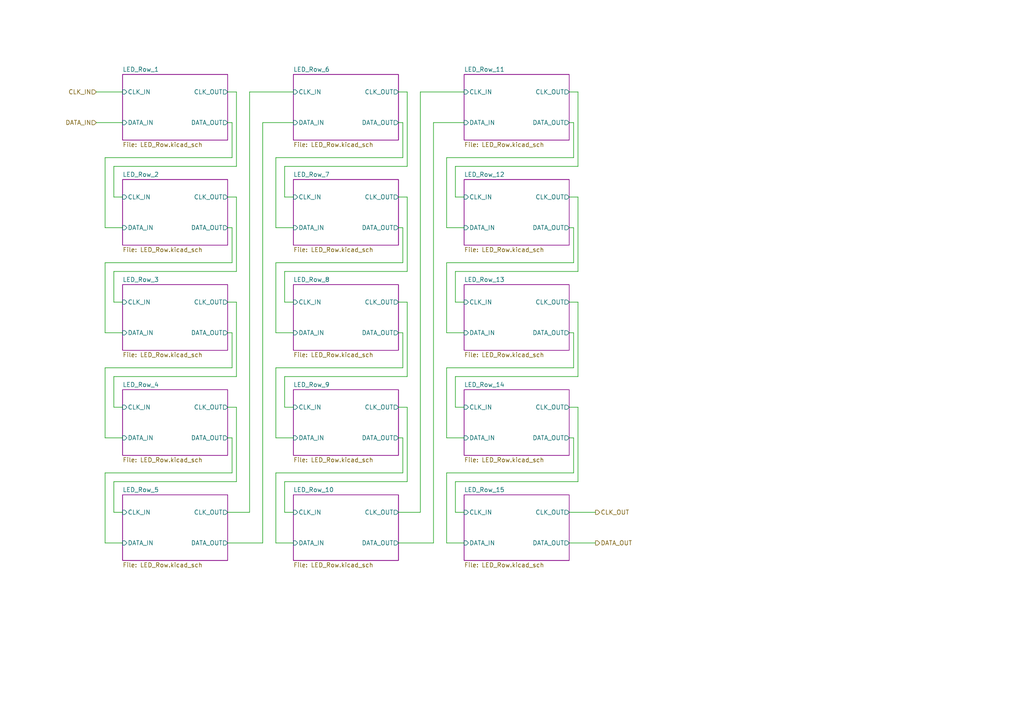
<source format=kicad_sch>
(kicad_sch (version 20210621) (generator eeschema)
  (paper "A4")
  (lib_symbols)
  (wire (pts (xy 27.94 26.67) (xy 35.56 26.67)))
  (wire (pts (xy 27.94 35.56) (xy 35.56 35.56)))
  (wire (pts (xy 30.48 45.72) (xy 30.48 66.04)))
  (wire (pts (xy 30.48 66.04) (xy 35.56 66.04)))
  (wire (pts (xy 30.48 76.2) (xy 30.48 96.52)))
  (wire (pts (xy 30.48 96.52) (xy 35.56 96.52)))
  (wire (pts (xy 30.48 106.68) (xy 30.48 127)))
  (wire (pts (xy 30.48 127) (xy 35.56 127)))
  (wire (pts (xy 30.48 137.16) (xy 30.48 157.48)))
  (wire (pts (xy 30.48 157.48) (xy 35.56 157.48)))
  (wire (pts (xy 33.02 48.26) (xy 33.02 57.15)))
  (wire (pts (xy 33.02 57.15) (xy 35.56 57.15)))
  (wire (pts (xy 33.02 78.74) (xy 33.02 87.63)))
  (wire (pts (xy 33.02 87.63) (xy 35.56 87.63)))
  (wire (pts (xy 33.02 109.22) (xy 33.02 118.11)))
  (wire (pts (xy 33.02 118.11) (xy 35.56 118.11)))
  (wire (pts (xy 33.02 139.7) (xy 33.02 148.59)))
  (wire (pts (xy 33.02 148.59) (xy 35.56 148.59)))
  (wire (pts (xy 66.04 26.67) (xy 68.58 26.67)))
  (wire (pts (xy 66.04 35.56) (xy 67.31 35.56)))
  (wire (pts (xy 66.04 57.15) (xy 68.58 57.15)))
  (wire (pts (xy 66.04 66.04) (xy 67.31 66.04)))
  (wire (pts (xy 66.04 87.63) (xy 68.58 87.63)))
  (wire (pts (xy 66.04 96.52) (xy 67.31 96.52)))
  (wire (pts (xy 66.04 118.11) (xy 68.58 118.11)))
  (wire (pts (xy 66.04 127) (xy 67.31 127)))
  (wire (pts (xy 66.04 148.59) (xy 72.39 148.59)))
  (wire (pts (xy 67.31 35.56) (xy 67.31 45.72)))
  (wire (pts (xy 67.31 45.72) (xy 30.48 45.72)))
  (wire (pts (xy 67.31 66.04) (xy 67.31 76.2)))
  (wire (pts (xy 67.31 76.2) (xy 30.48 76.2)))
  (wire (pts (xy 67.31 96.52) (xy 67.31 106.68)))
  (wire (pts (xy 67.31 106.68) (xy 30.48 106.68)))
  (wire (pts (xy 67.31 127) (xy 67.31 137.16)))
  (wire (pts (xy 67.31 137.16) (xy 30.48 137.16)))
  (wire (pts (xy 68.58 26.67) (xy 68.58 48.26)))
  (wire (pts (xy 68.58 48.26) (xy 33.02 48.26)))
  (wire (pts (xy 68.58 57.15) (xy 68.58 78.74)))
  (wire (pts (xy 68.58 78.74) (xy 33.02 78.74)))
  (wire (pts (xy 68.58 87.63) (xy 68.58 109.22)))
  (wire (pts (xy 68.58 109.22) (xy 33.02 109.22)))
  (wire (pts (xy 68.58 118.11) (xy 68.58 139.7)))
  (wire (pts (xy 68.58 139.7) (xy 33.02 139.7)))
  (wire (pts (xy 72.39 26.67) (xy 85.09 26.67)))
  (wire (pts (xy 72.39 148.59) (xy 72.39 26.67)))
  (wire (pts (xy 76.2 35.56) (xy 76.2 157.48)))
  (wire (pts (xy 76.2 157.48) (xy 66.04 157.48)))
  (wire (pts (xy 80.01 45.72) (xy 80.01 66.04)))
  (wire (pts (xy 80.01 66.04) (xy 85.09 66.04)))
  (wire (pts (xy 80.01 76.2) (xy 80.01 96.52)))
  (wire (pts (xy 80.01 96.52) (xy 85.09 96.52)))
  (wire (pts (xy 80.01 106.68) (xy 80.01 127)))
  (wire (pts (xy 80.01 127) (xy 85.09 127)))
  (wire (pts (xy 80.01 137.16) (xy 80.01 157.48)))
  (wire (pts (xy 80.01 157.48) (xy 85.09 157.48)))
  (wire (pts (xy 82.55 48.26) (xy 82.55 57.15)))
  (wire (pts (xy 82.55 57.15) (xy 85.09 57.15)))
  (wire (pts (xy 82.55 78.74) (xy 82.55 87.63)))
  (wire (pts (xy 82.55 87.63) (xy 85.09 87.63)))
  (wire (pts (xy 82.55 109.22) (xy 82.55 118.11)))
  (wire (pts (xy 82.55 118.11) (xy 85.09 118.11)))
  (wire (pts (xy 82.55 139.7) (xy 82.55 148.59)))
  (wire (pts (xy 82.55 148.59) (xy 85.09 148.59)))
  (wire (pts (xy 85.09 35.56) (xy 76.2 35.56)))
  (wire (pts (xy 115.57 26.67) (xy 118.11 26.67)))
  (wire (pts (xy 115.57 35.56) (xy 116.84 35.56)))
  (wire (pts (xy 115.57 57.15) (xy 118.11 57.15)))
  (wire (pts (xy 115.57 66.04) (xy 116.84 66.04)))
  (wire (pts (xy 115.57 87.63) (xy 118.11 87.63)))
  (wire (pts (xy 115.57 96.52) (xy 116.84 96.52)))
  (wire (pts (xy 115.57 118.11) (xy 118.11 118.11)))
  (wire (pts (xy 115.57 127) (xy 116.84 127)))
  (wire (pts (xy 115.57 148.59) (xy 121.92 148.59)))
  (wire (pts (xy 116.84 35.56) (xy 116.84 45.72)))
  (wire (pts (xy 116.84 45.72) (xy 80.01 45.72)))
  (wire (pts (xy 116.84 66.04) (xy 116.84 76.2)))
  (wire (pts (xy 116.84 76.2) (xy 80.01 76.2)))
  (wire (pts (xy 116.84 96.52) (xy 116.84 106.68)))
  (wire (pts (xy 116.84 106.68) (xy 80.01 106.68)))
  (wire (pts (xy 116.84 127) (xy 116.84 137.16)))
  (wire (pts (xy 116.84 137.16) (xy 80.01 137.16)))
  (wire (pts (xy 118.11 26.67) (xy 118.11 48.26)))
  (wire (pts (xy 118.11 48.26) (xy 82.55 48.26)))
  (wire (pts (xy 118.11 57.15) (xy 118.11 78.74)))
  (wire (pts (xy 118.11 78.74) (xy 82.55 78.74)))
  (wire (pts (xy 118.11 87.63) (xy 118.11 109.22)))
  (wire (pts (xy 118.11 109.22) (xy 82.55 109.22)))
  (wire (pts (xy 118.11 118.11) (xy 118.11 139.7)))
  (wire (pts (xy 118.11 139.7) (xy 82.55 139.7)))
  (wire (pts (xy 121.92 26.67) (xy 134.62 26.67)))
  (wire (pts (xy 121.92 148.59) (xy 121.92 26.67)))
  (wire (pts (xy 125.73 35.56) (xy 125.73 157.48)))
  (wire (pts (xy 125.73 157.48) (xy 115.57 157.48)))
  (wire (pts (xy 129.54 45.72) (xy 129.54 66.04)))
  (wire (pts (xy 129.54 66.04) (xy 134.62 66.04)))
  (wire (pts (xy 129.54 76.2) (xy 129.54 96.52)))
  (wire (pts (xy 129.54 96.52) (xy 134.62 96.52)))
  (wire (pts (xy 129.54 106.68) (xy 129.54 127)))
  (wire (pts (xy 129.54 127) (xy 134.62 127)))
  (wire (pts (xy 129.54 137.16) (xy 129.54 157.48)))
  (wire (pts (xy 129.54 157.48) (xy 134.62 157.48)))
  (wire (pts (xy 132.08 48.26) (xy 132.08 57.15)))
  (wire (pts (xy 132.08 57.15) (xy 134.62 57.15)))
  (wire (pts (xy 132.08 78.74) (xy 132.08 87.63)))
  (wire (pts (xy 132.08 87.63) (xy 134.62 87.63)))
  (wire (pts (xy 132.08 109.22) (xy 132.08 118.11)))
  (wire (pts (xy 132.08 118.11) (xy 134.62 118.11)))
  (wire (pts (xy 132.08 139.7) (xy 132.08 148.59)))
  (wire (pts (xy 132.08 148.59) (xy 134.62 148.59)))
  (wire (pts (xy 134.62 35.56) (xy 125.73 35.56)))
  (wire (pts (xy 165.1 26.67) (xy 167.64 26.67)))
  (wire (pts (xy 165.1 35.56) (xy 166.37 35.56)))
  (wire (pts (xy 165.1 57.15) (xy 167.64 57.15)))
  (wire (pts (xy 165.1 66.04) (xy 166.37 66.04)))
  (wire (pts (xy 165.1 87.63) (xy 167.64 87.63)))
  (wire (pts (xy 165.1 96.52) (xy 166.37 96.52)))
  (wire (pts (xy 165.1 118.11) (xy 167.64 118.11)))
  (wire (pts (xy 165.1 127) (xy 166.37 127)))
  (wire (pts (xy 166.37 35.56) (xy 166.37 45.72)))
  (wire (pts (xy 166.37 45.72) (xy 129.54 45.72)))
  (wire (pts (xy 166.37 66.04) (xy 166.37 76.2)))
  (wire (pts (xy 166.37 76.2) (xy 129.54 76.2)))
  (wire (pts (xy 166.37 96.52) (xy 166.37 106.68)))
  (wire (pts (xy 166.37 106.68) (xy 129.54 106.68)))
  (wire (pts (xy 166.37 127) (xy 166.37 137.16)))
  (wire (pts (xy 166.37 137.16) (xy 129.54 137.16)))
  (wire (pts (xy 167.64 26.67) (xy 167.64 48.26)))
  (wire (pts (xy 167.64 48.26) (xy 132.08 48.26)))
  (wire (pts (xy 167.64 57.15) (xy 167.64 78.74)))
  (wire (pts (xy 167.64 78.74) (xy 132.08 78.74)))
  (wire (pts (xy 167.64 87.63) (xy 167.64 109.22)))
  (wire (pts (xy 167.64 109.22) (xy 132.08 109.22)))
  (wire (pts (xy 167.64 118.11) (xy 167.64 139.7)))
  (wire (pts (xy 167.64 139.7) (xy 132.08 139.7)))
  (wire (pts (xy 172.72 148.59) (xy 165.1 148.59)))
  (wire (pts (xy 172.72 157.48) (xy 165.1 157.48)))
  (hierarchical_label "CLK_IN" (shape input) (at 27.94 26.67 180))
  (hierarchical_label "DATA_IN" (shape input) (at 27.94 35.56 180))
  (hierarchical_label "CLK_OUT" (shape output) (at 172.72 148.59 0))
  (hierarchical_label "DATA_OUT" (shape output) (at 172.72 157.48 0))
  (sheet (at 35.56 21.59) (size 30.48 19.05) (stroke (width 0.1524) (color 132 0 132 1)) (fill (color 255 255 255 0.0000))
    (property "Sheet name" "LED_Row_1" (at 35.56 20.8784 0) (effects (justify left bottom)))
    (property "Sheet file" "LED_Row.kicad_sch" (at 35.56 41.2246 0) (effects (justify left top)))
    (pin "CLK_IN" input (at 35.56 26.67 180))
    (pin "DATA_IN" input (at 35.56 35.56 180))
    (pin "CLK_OUT" output (at 66.04 26.67 0))
    (pin "DATA_OUT" output (at 66.04 35.56 0))
  )
  (sheet (at 85.09 143.51) (size 30.48 19.05) (stroke (width 0.1524) (color 132 0 132 1)) (fill (color 255 255 255 0.0000))
    (property "Sheet name" "LED_Row_10" (at 85.09 142.7984 0) (effects (justify left bottom)))
    (property "Sheet file" "LED_Row.kicad_sch" (at 85.09 163.1446 0) (effects (justify left top)))
    (pin "CLK_IN" input (at 85.09 148.59 180))
    (pin "DATA_IN" input (at 85.09 157.48 180))
    (pin "CLK_OUT" output (at 115.57 148.59 0))
    (pin "DATA_OUT" output (at 115.57 157.48 0))
  )
  (sheet (at 134.62 21.59) (size 30.48 19.05) (stroke (width 0.1524) (color 132 0 132 1)) (fill (color 255 255 255 0.0000))
    (property "Sheet name" "LED_Row_11" (at 134.62 20.8784 0) (effects (justify left bottom)))
    (property "Sheet file" "LED_Row.kicad_sch" (at 134.62 41.2246 0) (effects (justify left top)))
    (pin "CLK_IN" input (at 134.62 26.67 180))
    (pin "DATA_IN" input (at 134.62 35.56 180))
    (pin "CLK_OUT" output (at 165.1 26.67 0))
    (pin "DATA_OUT" output (at 165.1 35.56 0))
  )
  (sheet (at 134.62 52.07) (size 30.48 19.05) (stroke (width 0.1524) (color 132 0 132 1)) (fill (color 255 255 255 0.0000))
    (property "Sheet name" "LED_Row_12" (at 134.62 51.3584 0) (effects (justify left bottom)))
    (property "Sheet file" "LED_Row.kicad_sch" (at 134.62 71.7046 0) (effects (justify left top)))
    (pin "CLK_IN" input (at 134.62 57.15 180))
    (pin "DATA_IN" input (at 134.62 66.04 180))
    (pin "CLK_OUT" output (at 165.1 57.15 0))
    (pin "DATA_OUT" output (at 165.1 66.04 0))
  )
  (sheet (at 134.62 82.55) (size 30.48 19.05) (stroke (width 0.1524) (color 132 0 132 1)) (fill (color 255 255 255 0.0000))
    (property "Sheet name" "LED_Row_13" (at 134.62 81.8384 0) (effects (justify left bottom)))
    (property "Sheet file" "LED_Row.kicad_sch" (at 134.62 102.1846 0) (effects (justify left top)))
    (pin "CLK_IN" input (at 134.62 87.63 180))
    (pin "DATA_IN" input (at 134.62 96.52 180))
    (pin "CLK_OUT" output (at 165.1 87.63 0))
    (pin "DATA_OUT" output (at 165.1 96.52 0))
  )
  (sheet (at 134.62 113.03) (size 30.48 19.05) (stroke (width 0.1524) (color 132 0 132 1)) (fill (color 255 255 255 0.0000))
    (property "Sheet name" "LED_Row_14" (at 134.62 112.3184 0) (effects (justify left bottom)))
    (property "Sheet file" "LED_Row.kicad_sch" (at 134.62 132.6646 0) (effects (justify left top)))
    (pin "CLK_IN" input (at 134.62 118.11 180))
    (pin "DATA_IN" input (at 134.62 127 180))
    (pin "CLK_OUT" output (at 165.1 118.11 0))
    (pin "DATA_OUT" output (at 165.1 127 0))
  )
  (sheet (at 134.62 143.51) (size 30.48 19.05) (stroke (width 0.1524) (color 132 0 132 1)) (fill (color 255 255 255 0.0000))
    (property "Sheet name" "LED_Row_15" (at 134.62 142.7984 0) (effects (justify left bottom)))
    (property "Sheet file" "LED_Row.kicad_sch" (at 134.62 163.1446 0) (effects (justify left top)))
    (pin "CLK_IN" input (at 134.62 148.59 180))
    (pin "DATA_IN" input (at 134.62 157.48 180))
    (pin "CLK_OUT" output (at 165.1 148.59 0))
    (pin "DATA_OUT" output (at 165.1 157.48 0))
  )
  (sheet (at 35.56 52.07) (size 30.48 19.05) (stroke (width 0.1524) (color 132 0 132 1)) (fill (color 255 255 255 0.0000))
    (property "Sheet name" "LED_Row_2" (at 35.56 51.3584 0) (effects (justify left bottom)))
    (property "Sheet file" "LED_Row.kicad_sch" (at 35.56 71.7046 0) (effects (justify left top)))
    (pin "CLK_IN" input (at 35.56 57.15 180))
    (pin "DATA_IN" input (at 35.56 66.04 180))
    (pin "CLK_OUT" output (at 66.04 57.15 0))
    (pin "DATA_OUT" output (at 66.04 66.04 0))
  )
  (sheet (at 35.56 82.55) (size 30.48 19.05) (stroke (width 0.1524) (color 132 0 132 1)) (fill (color 255 255 255 0.0000))
    (property "Sheet name" "LED_Row_3" (at 35.56 81.8384 0) (effects (justify left bottom)))
    (property "Sheet file" "LED_Row.kicad_sch" (at 35.56 102.1846 0) (effects (justify left top)))
    (pin "CLK_IN" input (at 35.56 87.63 180))
    (pin "DATA_IN" input (at 35.56 96.52 180))
    (pin "CLK_OUT" output (at 66.04 87.63 0))
    (pin "DATA_OUT" output (at 66.04 96.52 0))
  )
  (sheet (at 35.56 113.03) (size 30.48 19.05) (stroke (width 0.1524) (color 132 0 132 1)) (fill (color 255 255 255 0.0000))
    (property "Sheet name" "LED_Row_4" (at 35.56 112.3184 0) (effects (justify left bottom)))
    (property "Sheet file" "LED_Row.kicad_sch" (at 35.56 132.6646 0) (effects (justify left top)))
    (pin "CLK_IN" input (at 35.56 118.11 180))
    (pin "DATA_IN" input (at 35.56 127 180))
    (pin "CLK_OUT" output (at 66.04 118.11 0))
    (pin "DATA_OUT" output (at 66.04 127 0))
  )
  (sheet (at 35.56 143.51) (size 30.48 19.05) (stroke (width 0.1524) (color 132 0 132 1)) (fill (color 255 255 255 0.0000))
    (property "Sheet name" "LED_Row_5" (at 35.56 142.7984 0) (effects (justify left bottom)))
    (property "Sheet file" "LED_Row.kicad_sch" (at 35.56 163.1446 0) (effects (justify left top)))
    (pin "CLK_IN" input (at 35.56 148.59 180))
    (pin "DATA_IN" input (at 35.56 157.48 180))
    (pin "CLK_OUT" output (at 66.04 148.59 0))
    (pin "DATA_OUT" output (at 66.04 157.48 0))
  )
  (sheet (at 85.09 21.59) (size 30.48 19.05) (stroke (width 0.1524) (color 132 0 132 1)) (fill (color 255 255 255 0.0000))
    (property "Sheet name" "LED_Row_6" (at 85.09 20.8784 0) (effects (justify left bottom)))
    (property "Sheet file" "LED_Row.kicad_sch" (at 85.09 41.2246 0) (effects (justify left top)))
    (pin "CLK_IN" input (at 85.09 26.67 180))
    (pin "DATA_IN" input (at 85.09 35.56 180))
    (pin "CLK_OUT" output (at 115.57 26.67 0))
    (pin "DATA_OUT" output (at 115.57 35.56 0))
  )
  (sheet (at 85.09 52.07) (size 30.48 19.05) (stroke (width 0.1524) (color 132 0 132 1)) (fill (color 255 255 255 0.0000))
    (property "Sheet name" "LED_Row_7" (at 85.09 51.3584 0) (effects (justify left bottom)))
    (property "Sheet file" "LED_Row.kicad_sch" (at 85.09 71.7046 0) (effects (justify left top)))
    (pin "CLK_IN" input (at 85.09 57.15 180))
    (pin "DATA_IN" input (at 85.09 66.04 180))
    (pin "CLK_OUT" output (at 115.57 57.15 0))
    (pin "DATA_OUT" output (at 115.57 66.04 0))
  )
  (sheet (at 85.09 82.55) (size 30.48 19.05) (stroke (width 0.1524) (color 132 0 132 1)) (fill (color 255 255 255 0.0000))
    (property "Sheet name" "LED_Row_8" (at 85.09 81.8384 0) (effects (justify left bottom)))
    (property "Sheet file" "LED_Row.kicad_sch" (at 85.09 102.1846 0) (effects (justify left top)))
    (pin "CLK_IN" input (at 85.09 87.63 180))
    (pin "DATA_IN" input (at 85.09 96.52 180))
    (pin "CLK_OUT" output (at 115.57 87.63 0))
    (pin "DATA_OUT" output (at 115.57 96.52 0))
  )
  (sheet (at 85.09 113.03) (size 30.48 19.05) (stroke (width 0.1524) (color 132 0 132 1)) (fill (color 255 255 255 0.0000))
    (property "Sheet name" "LED_Row_9" (at 85.09 112.3184 0) (effects (justify left bottom)))
    (property "Sheet file" "LED_Row.kicad_sch" (at 85.09 132.6646 0) (effects (justify left top)))
    (pin "CLK_IN" input (at 85.09 118.11 180))
    (pin "DATA_IN" input (at 85.09 127 180))
    (pin "CLK_OUT" output (at 115.57 118.11 0))
    (pin "DATA_OUT" output (at 115.57 127 0))
  )
)
</source>
